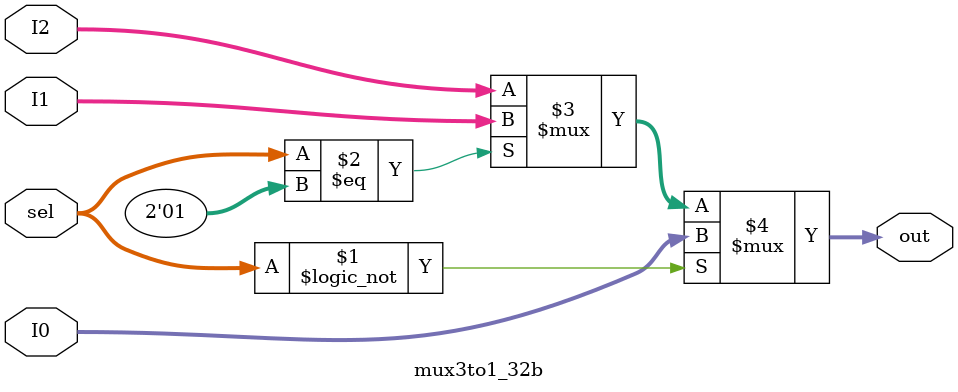
<source format=v>
module mux3to1_32b (input [31:0] I0, I1, I2,input [1:0] sel,output [31:0] out);
    assign out = (sel == 2'b00) ? I0:
    		 (sel == 2'b01) ? I1: I2;
endmodule

</source>
